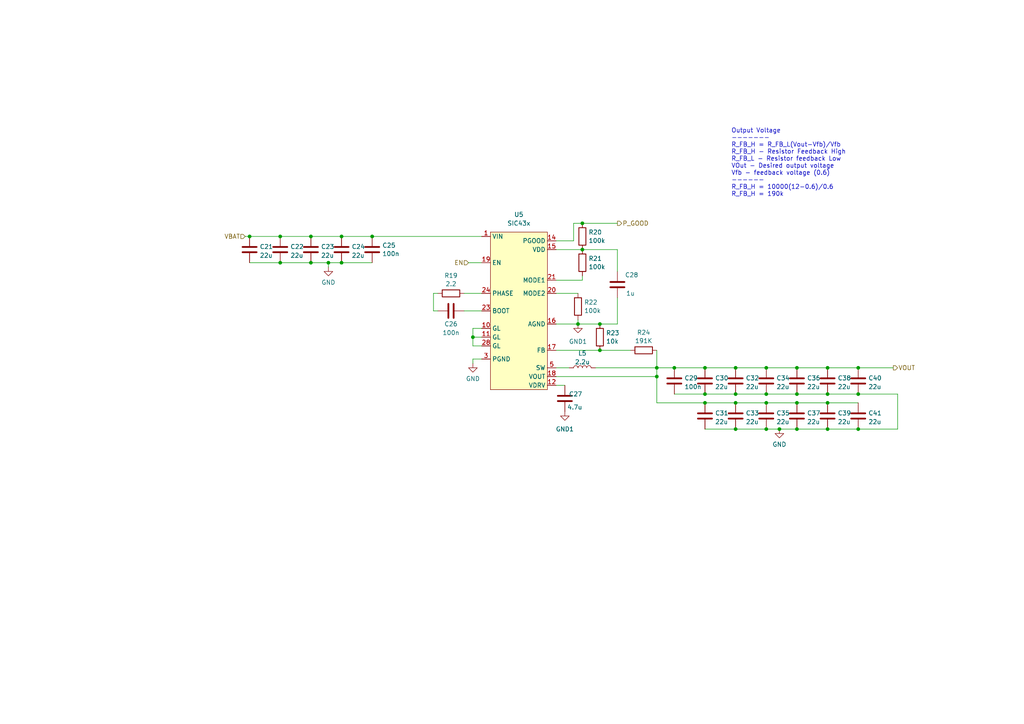
<source format=kicad_sch>
(kicad_sch (version 20250114) (generator "eeschema") (generator_version "9.0")
  (paper "A4")
  (title_block (date "2025-08-26") (rev "1") (company "Raw Matter IO Pty Ltd") (comment 1 "Preliminary Design") (comment 2 "Released for discussion") (comment 3 "C28 updated"))
  (lib_symbols
    (symbol "Device:C" (pin_numbers (hide yes)) (pin_names (offset 0.254))
      (property "Reference" "C" (at 0.635 2.54 0))
      (property "Value" "C" (at 0.635 -2.54 0))
      (symbol "C_0_1"
        (polyline (pts (xy -2.032 0.762) (xy 2.032 0.762)) (stroke (width 0.508)))
        (polyline (pts (xy -2.032 -0.762) (xy 2.032 -0.762)) (stroke (width 0.508)))
      )
      (symbol "C_1_1"
        (pin passive line (at 0 3.81 270) (length 2.794) (name "~") (number "1"))
        (pin passive line (at 0 -3.81 90) (length 2.794) (name "~") (number "2"))
      )
    )
    (symbol "Device:L" (pin_numbers (hide yes)) (pin_names (offset 1.016) (hide yes))
      (property "Reference" "L" (at -1.27 0 90))
      (property "Value" "L" (at 1.905 0 90))
      (symbol "L_0_1"
        (arc (start 0 2.54) (mid 0.6323 1.905) (end 0 1.27))
        (arc (start 0 1.27) (mid 0.6323 0.635) (end 0 0))
        (arc (start 0 0) (mid 0.6323 -0.635) (end 0 -1.27))
        (arc (start 0 -1.27) (mid 0.6323 -1.905) (end 0 -2.54))
      )
      (symbol "L_1_1"
        (pin passive line (at 0 3.81 270) (length 1.27) (name "1") (number "1"))
        (pin passive line (at 0 -3.81 90) (length 1.27) (name "2") (number "2"))
      )
    )
    (symbol "Device:R" (pin_numbers (hide yes)) (pin_names (offset 0))
      (property "Reference" "R" (at 2.032 0 90))
      (property "Value" "R" (at 0 0 90))
      (symbol "R_0_1"
        (rectangle (start -1.016 -2.54) (end 1.016 2.54) (stroke (width 0.254)))
      )
      (symbol "R_1_1"
        (pin passive line (at 0 3.81 270) (length 1.27) (name "~") (number "1"))
        (pin passive line (at 0 -3.81 90) (length 1.27) (name "~") (number "2"))
      )
    )
    (symbol "RM_Converter_DCDC:SIC43x"
      (property "Reference" "U5" (at -0.635 21.59 0))
      (property "Value" "SIC43x" (at -0.635 19.05 0))
      (symbol "SIC43x_0_1"
        (rectangle (start -8.89 16.51) (end 7.62 -29.21) (fill (type background)))
      )
      (symbol "SIC43x_1_1"
        (pin input line (at -11.43 15.24 0) (length 2.54) (name "VIN") (number "1"))
        (pin passive line (at -11.43 15.24 0) (length 2.54) (hide yes) (name "VIN") (number "2"))
        (pin passive line (at -11.43 15.24 0) (length 2.54) (hide yes) (name "VIN") (number "22"))
        (pin passive line (at -11.43 15.24 0) (length 2.54) (hide yes) (name "VIN") (number "26"))
        (pin input line (at -11.43 7.62 0) (length 2.54) (name "EN") (number "19"))
        (pin input line (at -11.43 -1.27 0) (length 2.54) (name "PHASE") (number "24"))
        (pin input line (at -11.43 -6.35 0) (length 2.54) (name "BOOT") (number "23"))
        (pin passive line (at -11.43 -11.43 0) (length 2.54) (name "GL") (number "10"))
        (pin passive line (at -11.43 -13.97 0) (length 2.54) (name "GL") (number "11"))
        (pin passive line (at -11.43 -16.51 0) (length 2.54) (name "GL") (number "28"))
        (pin passive line (at -11.43 -20.32 0) (length 2.54) (hide yes) (name "PGND") (number "13"))
        (pin passive line (at -11.43 -20.32 0) (length 2.54) (hide yes) (name "PGND") (number "27"))
        (pin input line (at -11.43 -20.32 0) (length 2.54) (name "PGND") (number "3"))
        (pin passive line (at -11.43 -20.32 0) (length 2.54) (hide yes) (name "PGND") (number "4"))
        (pin open_collector line (at 10.16 13.97 180) (length 2.54) (name "PGOOD") (number "14"))
        (pin power_out line (at 10.16 11.43 180) (length 2.54) (name "VDD") (number "15"))
        (pin input line (at 10.16 2.54 180) (length 2.54) (name "MODE1") (number "21"))
        (pin input line (at 10.16 -1.27 180) (length 2.54) (name "MODE2") (number "20"))
        (pin input line (at 10.16 -10.16 180) (length 2.54) (name "AGND") (number "16"))
        (pin passive line (at 10.16 -10.16 180) (length 2.54) (hide yes) (name "AGND") (number "25"))
        (pin input line (at 10.16 -17.78 180) (length 2.54) (name "FB") (number "17"))
        (pin power_out line (at 10.16 -22.86 180) (length 2.54) (name "SW") (number "5"))
        (pin power_out line (at 10.16 -22.86 180) (length 2.54) (hide yes) (name "SW") (number "6"))
        (pin power_out line (at 10.16 -22.86 180) (length 2.54) (hide yes) (name "SW") (number "7"))
        (pin power_out line (at 10.16 -22.86 180) (length 2.54) (hide yes) (name "SW") (number "8"))
        (pin power_out line (at 10.16 -22.86 180) (length 2.54) (hide yes) (name "SW") (number "9"))
        (pin power_out line (at 10.16 -25.4 180) (length 2.54) (name "VOUT") (number "18"))
        (pin input line (at 10.16 -27.94 180) (length 2.54) (name "VDRV") (number "12"))
      )
    )
    (symbol "power:GND" (power) (pin_names (offset 0))
      (property "Value" "GND" (at 0 -3.81 0))
      (symbol "GND_0_1"
        (polyline (pts (xy 0 0) (xy 0 -1.27) (xy 1.27 -1.27) (xy 0 -2.54) (xy -1.27 -1.27) (xy 0 -1.27)))
      )
      (symbol "GND_1_1"
        (pin power_in line (at 0 0 270) (length 0) (hide yes) (name "GND") (number "1"))
      )
    )
    (symbol "power:GND1" (power) (pin_names (offset 0))
      (property "Value" "GND1" (at 0 -3.81 0))
      (symbol "GND1_0_1"
        (polyline (pts (xy 0 0) (xy 0 -1.27) (xy 1.27 -1.27) (xy 0 -2.54) (xy -1.27 -1.27) (xy 0 -1.27)))
      )
      (symbol "GND1_1_1"
        (pin power_in line (at 0 0 270) (length 0) (hide yes) (name "GND1") (number "1"))
      )
    )
  )
  (text "Output Voltage\n-------\nR_FB_H = R_FB_L(Vout-Vfb)/Vfb\nR_FB_H - Resistor Feedback High\nR_FB_L - Resistor feedback Low\nVOut - Desired output voltage\nVfb - feedback voltage (0.6)\n------\nR_FB_H = 10000(12-0.6)/0.6\nR_FB_H = 190k\n" (at 212.09 57.15 0) (effects (font (size 1.27 1.27)) (justify left bottom)))
  (junction (at 222.25 114.3))
  (junction (at 90.17 76.2))
  (junction (at 248.92 106.68))
  (junction (at 213.36 106.68))
  (junction (at 173.99 101.6))
  (junction (at 213.36 116.84))
  (junction (at 99.06 76.2))
  (junction (at 168.91 72.39))
  (junction (at 240.03 114.3))
  (junction (at 222.25 116.84))
  (junction (at 240.03 124.46))
  (junction (at 81.28 76.2))
  (junction (at 204.47 116.84))
  (junction (at 107.95 68.58))
  (junction (at 167.64 93.98))
  (junction (at 173.99 93.98))
  (junction (at 168.91 64.77))
  (junction (at 190.5 109.22))
  (junction (at 204.47 114.3))
  (junction (at 240.03 116.84))
  (junction (at 72.39 68.58))
  (junction (at 90.17 68.58))
  (junction (at 213.36 114.3))
  (junction (at 204.47 106.68))
  (junction (at 231.14 124.46))
  (junction (at 231.14 116.84))
  (junction (at 95.25 76.2))
  (junction (at 231.14 114.3))
  (junction (at 195.58 106.68))
  (junction (at 81.28 68.58))
  (junction (at 213.36 124.46))
  (junction (at 222.25 106.68))
  (junction (at 222.25 124.46))
  (junction (at 248.92 114.3))
  (junction (at 99.06 68.58))
  (junction (at 240.03 106.68))
  (junction (at 137.16 97.79))
  (junction (at 248.92 124.46))
  (junction (at 190.5 106.68))
  (junction (at 231.14 106.68))
  (junction (at 226.06 124.46))
  (wire (pts (xy 226.06 124.46) (xy 222.25 124.46)))
  (wire (pts (xy 173.99 93.98) (xy 179.07 93.98)))
  (wire (pts (xy 190.5 116.84) (xy 190.5 109.22)))
  (wire (pts (xy 137.16 105.41) (xy 137.16 104.14)))
  (wire (pts (xy 190.5 106.68) (xy 195.58 106.68)))
  (wire (pts (xy 139.7 95.25) (xy 137.16 95.25)))
  (wire (pts (xy 99.06 68.58) (xy 107.95 68.58)))
  (wire (pts (xy 161.29 101.6) (xy 173.99 101.6)))
  (wire (pts (xy 107.95 68.58) (xy 139.7 68.58)))
  (wire (pts (xy 72.39 68.58) (xy 81.28 68.58)))
  (wire (pts (xy 90.17 76.2) (xy 95.25 76.2)))
  (wire (pts (xy 71.12 68.58) (xy 72.39 68.58)))
  (wire (pts (xy 195.58 114.3) (xy 204.47 114.3)))
  (wire (pts (xy 81.28 68.58) (xy 90.17 68.58)))
  (wire (pts (xy 99.06 76.2) (xy 107.95 76.2)))
  (wire (pts (xy 213.36 106.68) (xy 222.25 106.68)))
  (wire (pts (xy 167.64 92.71) (xy 167.64 93.98)))
  (wire (pts (xy 161.29 85.09) (xy 167.64 85.09)))
  (wire (pts (xy 222.25 106.68) (xy 231.14 106.68)))
  (wire (pts (xy 161.29 72.39) (xy 168.91 72.39)))
  (wire (pts (xy 161.29 93.98) (xy 167.64 93.98)))
  (wire (pts (xy 231.14 106.68) (xy 240.03 106.68)))
  (wire (pts (xy 190.5 109.22) (xy 190.5 106.68)))
  (wire (pts (xy 179.07 72.39) (xy 168.91 72.39)))
  (wire (pts (xy 195.58 106.68) (xy 204.47 106.68)))
  (wire (pts (xy 166.37 64.77) (xy 168.91 64.77)))
  (wire (pts (xy 95.25 76.2) (xy 95.25 77.47)))
  (wire (pts (xy 161.29 69.85) (xy 166.37 69.85)))
  (wire (pts (xy 125.73 90.17) (xy 127 90.17)))
  (wire (pts (xy 213.36 124.46) (xy 204.47 124.46)))
  (wire (pts (xy 95.25 76.2) (xy 99.06 76.2)))
  (wire (pts (xy 240.03 106.68) (xy 248.92 106.68)))
  (wire (pts (xy 137.16 97.79) (xy 139.7 97.79)))
  (wire (pts (xy 248.92 116.84) (xy 240.03 116.84)))
  (wire (pts (xy 248.92 106.68) (xy 259.08 106.68)))
  (wire (pts (xy 161.29 81.28) (xy 168.91 81.28)))
  (wire (pts (xy 137.16 97.79) (xy 137.16 100.33)))
  (wire (pts (xy 137.16 95.25) (xy 137.16 97.79)))
  (wire (pts (xy 72.39 76.2) (xy 81.28 76.2)))
  (wire (pts (xy 161.29 106.68) (xy 165.1 106.68)))
  (wire (pts (xy 179.07 93.98) (xy 179.07 86.36)))
  (wire (pts (xy 248.92 114.3) (xy 260.35 114.3)))
  (wire (pts (xy 231.14 116.84) (xy 222.25 116.84)))
  (wire (pts (xy 204.47 106.68) (xy 213.36 106.68)))
  (wire (pts (xy 231.14 124.46) (xy 226.06 124.46)))
  (wire (pts (xy 161.29 109.22) (xy 190.5 109.22)))
  (wire (pts (xy 231.14 114.3) (xy 240.03 114.3)))
  (wire (pts (xy 260.35 114.3) (xy 260.35 124.46)))
  (wire (pts (xy 213.36 114.3) (xy 222.25 114.3)))
  (wire (pts (xy 161.29 111.76) (xy 163.83 111.76)))
  (wire (pts (xy 172.72 106.68) (xy 190.5 106.68)))
  (wire (pts (xy 173.99 101.6) (xy 182.88 101.6)))
  (wire (pts (xy 168.91 64.77) (xy 179.07 64.77)))
  (wire (pts (xy 81.28 76.2) (xy 90.17 76.2)))
  (wire (pts (xy 127 85.09) (xy 125.73 85.09)))
  (wire (pts (xy 125.73 85.09) (xy 125.73 90.17)))
  (wire (pts (xy 137.16 100.33) (xy 139.7 100.33)))
  (wire (pts (xy 222.25 114.3) (xy 231.14 114.3)))
  (wire (pts (xy 90.17 68.58) (xy 99.06 68.58)))
  (wire (pts (xy 167.64 93.98) (xy 173.99 93.98)))
  (wire (pts (xy 166.37 69.85) (xy 166.37 64.77)))
  (wire (pts (xy 240.03 116.84) (xy 231.14 116.84)))
  (wire (pts (xy 222.25 116.84) (xy 213.36 116.84)))
  (wire (pts (xy 222.25 124.46) (xy 213.36 124.46)))
  (wire (pts (xy 168.91 81.28) (xy 168.91 80.01)))
  (wire (pts (xy 179.07 78.74) (xy 179.07 72.39)))
  (wire (pts (xy 204.47 114.3) (xy 213.36 114.3)))
  (wire (pts (xy 213.36 116.84) (xy 204.47 116.84)))
  (wire (pts (xy 248.92 124.46) (xy 240.03 124.46)))
  (wire (pts (xy 134.62 90.17) (xy 139.7 90.17)))
  (wire (pts (xy 135.89 76.2) (xy 139.7 76.2)))
  (wire (pts (xy 240.03 114.3) (xy 248.92 114.3)))
  (wire (pts (xy 260.35 124.46) (xy 248.92 124.46)))
  (wire (pts (xy 240.03 124.46) (xy 231.14 124.46)))
  (wire (pts (xy 190.5 106.68) (xy 190.5 101.6)))
  (wire (pts (xy 134.62 85.09) (xy 139.7 85.09)))
  (wire (pts (xy 137.16 104.14) (xy 139.7 104.14)))
  (wire (pts (xy 190.5 116.84) (xy 204.47 116.84)))
  (hierarchical_label "VBAT" (shape input) (at 71.12 68.58 180))
  (hierarchical_label "VOUT" (shape output) (at 259.08 106.68 0))
  (hierarchical_label "P_GOOD" (shape output) (at 179.07 64.77 0))
  (hierarchical_label "EN" (shape input) (at 135.89 76.2 180))
  (symbol (lib_id "Device:C") (at 248.92 110.49 0) (unit 1)
    (property "Reference" "C40" (at 251.841 109.6553 0) (effects (justify left)))
    (property "Value" "22u" (at 251.841 112.1922 0) (effects (justify left)))
    (property "Footprint" "Library:C_1210_3225Metric" (effects (hide yes)))
    (property "Description" "Unpolarized capacitor" (effects (hide yes)))
    (property "Digikey" "1276-3392-1-ND" (effects (hide yes)))
    (property "Coefficient" "X7R" (effects (hide yes)))
    (property "Tolerance" "10%" (effects (hide yes)))
    (property "Voltage" "25" (effects (hide yes)))
    (property "Manufacturer" "Samsung" (effects (hide yes)))
    (property "Part" "CL32B226KAJNNNE" (effects (hide yes)))
    (property "Sim.Device" "SPICE" (effects (hide yes)))
    (property "Sim.Pins" "1=1 2=2" (effects (hide yes)))
  )
  (symbol (lib_id "Device:C") (at 222.25 110.49 0) (unit 1)
    (property "Reference" "C34" (at 225.171 109.6553 0) (effects (justify left)))
    (property "Value" "22u" (at 225.171 112.1922 0) (effects (justify left)))
    (property "Footprint" "Library:C_1210_3225Metric" (effects (hide yes)))
    (property "Description" "Unpolarized capacitor" (effects (hide yes)))
    (property "Digikey" "1276-3392-1-ND" (effects (hide yes)))
    (property "Coefficient" "X7R" (effects (hide yes)))
    (property "Tolerance" "10%" (effects (hide yes)))
    (property "Voltage" "25" (effects (hide yes)))
    (property "Manufacturer" "Samsung" (effects (hide yes)))
    (property "Part" "CL32B226KAJNNNE" (effects (hide yes)))
    (property "Sim.Device" "SPICE" (effects (hide yes)))
    (property "Sim.Pins" "1=1 2=2" (effects (hide yes)))
  )
  (symbol (lib_id "power:GND") (at 226.06 124.46 0) (unit 1)
    (property "Reference" "#PWR041" (effects (hide yes)))
    (property "Value" "GND" (at 226.06 128.9034 0))
  )
  (symbol (lib_id "Device:C") (at 213.36 110.49 0) (unit 1)
    (property "Reference" "C32" (at 216.281 109.6553 0) (effects (justify left)))
    (property "Value" "22u" (at 216.281 112.1922 0) (effects (justify left)))
    (property "Footprint" "Library:C_1210_3225Metric" (effects (hide yes)))
    (property "Description" "Unpolarized capacitor" (effects (hide yes)))
    (property "Digikey" "1276-3392-1-ND" (effects (hide yes)))
    (property "Coefficient" "X7R" (effects (hide yes)))
    (property "Tolerance" "10%" (effects (hide yes)))
    (property "Voltage" "25" (effects (hide yes)))
    (property "Manufacturer" "Samsung" (effects (hide yes)))
    (property "Part" "CL32B226KAJNNNE" (effects (hide yes)))
    (property "Sim.Device" "SPICE" (effects (hide yes)))
    (property "Sim.Pins" "1=1 2=2" (effects (hide yes)))
  )
  (symbol (lib_id "Device:C") (at 163.83 115.57 0) (mirror y) (unit 1)
    (property "Reference" "C27" (at 168.91 114.3 0) (effects (justify left)))
    (property "Value" "4.7u" (at 168.91 118.11 0) (effects (justify left)))
    (property "Footprint" "Library:C_1206_3216Metric" (effects (hide yes)))
    (property "Description" "Unpolarized capacitor" (effects (hide yes)))
    (property "Digikey" "490-16469-1-ND" (effects (hide yes)))
    (property "Coefficient" "X8L" (effects (hide yes)))
    (property "Tolerance" "10" (effects (hide yes)))
    (property "Voltage" "16" (effects (hide yes)))
    (property "Manufacturer" "Murata" (effects (hide yes)))
    (property "Part" "GCJ31CL81C475KA01L" (effects (hide yes)))
  )
  (symbol (lib_id "Device:R") (at 168.91 76.2 0) (unit 1)
    (property "Reference" "R21" (at 170.688 74.9878 0) (effects (justify left)))
    (property "Value" "100k" (at 170.688 77.4121 0) (effects (justify left)))
    (property "Footprint" "Library:R_0603_1608Metric" (effects (hide yes)))
    (property "Description" "Resistor" (effects (hide yes)))
    (property "Digikey" "311-100KHRCT-ND" (effects (hide yes)))
    (property "Power" "1/16" (effects (hide yes)))
    (property "Tolerance" "1%" (effects (hide yes)))
    (property "Manufacturer" "YAGEO" (effects (hide yes)))
    (property "Part" "RC0603FR-07100KL" (effects (hide yes)))
  )
  (symbol (lib_id "RM_Converter_DCDC:SIC43x") (at 151.13 83.82 0) (unit 1)
    (property "Reference" "U5" (at 150.495 62.23 0))
    (property "Value" "SIC43x" (at 150.495 64.77 0))
    (property "Footprint" "Library:SIC43x" (effects (hide yes)))
    (property "Manufacturer" "Vishay Siliconix" (effects (hide yes)))
    (property "Part" "SIC437AED-T1-GE3" (effects (hide yes)))
    (property "Digikey" "SIC437AED-T1-GE3CT-ND" (effects (hide yes)))
  )
  (symbol (lib_id "Device:C") (at 240.03 120.65 0) (unit 1)
    (property "Reference" "C39" (at 242.951 119.8153 0) (effects (justify left)))
    (property "Value" "22u" (at 242.951 122.3522 0) (effects (justify left)))
    (property "Footprint" "Library:C_1210_3225Metric" (effects (hide yes)))
    (property "Description" "Unpolarized capacitor" (effects (hide yes)))
    (property "Digikey" "1276-3392-1-ND" (effects (hide yes)))
    (property "Coefficient" "X7R" (effects (hide yes)))
    (property "Tolerance" "10%" (effects (hide yes)))
    (property "Voltage" "25" (effects (hide yes)))
    (property "Manufacturer" "Samsung" (effects (hide yes)))
    (property "Part" "CL32B226KAJNNNE" (effects (hide yes)))
    (property "Sim.Device" "SPICE" (effects (hide yes)))
    (property "Sim.Pins" "1=1 2=2" (effects (hide yes)))
  )
  (symbol (lib_id "Device:R") (at 186.69 101.6 90) (unit 1)
    (property "Reference" "R24" (at 186.69 96.4395 90))
    (property "Value" "191K" (at 186.69 98.8638 90))
    (property "Footprint" "Library:R_0603_1608Metric" (effects (hide yes)))
    (property "Description" "Resistor" (effects (hide yes)))
    (property "Digikey" "A110327CT-ND" (effects (hide yes)))
    (property "Power" "1/16" (effects (hide yes)))
    (property "Tolerance" "0.1%" (effects (hide yes)))
    (property "Manufacturer" "TE Connectivity Passive Product" (effects (hide yes)))
    (property "Part" "1-2176090-7" (effects (hide yes)))
  )
  (symbol (lib_id "Device:C") (at 179.07 82.55 0) (mirror y) (unit 1)
    (property "Reference" "C28" (at 185.166 79.756 0) (effects (justify left)))
    (property "Value" "1u" (at 184.15 85.09 0) (effects (justify left)))
    (property "Footprint" "Library:C_0603_1608Metric" (effects (hide yes)))
    (property "Description" "Unpolarized capacitor" (effects (hide yes)))
    (property "Digikey" "490-GCG188L8EE105KA07DCT-ND" (effects (hide yes)))
    (property "Coefficient" "X8L" (effects (hide yes)))
    (property "Tolerance" "10%" (effects (hide yes)))
    (property "Voltage" "16" (effects (hide yes)))
    (property "Manufacturer" "Murata Electronics" (effects (hide yes)))
    (property "Part" "GCG188L8EE105KA07D" (effects (hide yes)))
  )
  (symbol (lib_id "Device:C") (at 107.95 72.39 180) (unit 1)
    (property "Reference" "C25" (at 110.871 71.1778 0) (effects (justify right)))
    (property "Value" "100n" (at 110.871 73.6021 0) (effects (justify right)))
    (property "Footprint" "Library:C_0603_1608Metric" (effects (hide yes)))
    (property "Description" "Unpolarized capacitor" (effects (hide yes)))
    (property "Digikey" "587-1243-1-ND" (effects (hide yes)))
    (property "Tolerance" "10%" (effects (hide yes)))
    (property "Coefficient" "X7R" (effects (hide yes)))
    (property "Voltage" "50" (effects (hide yes)))
    (property "Manufacturer" "Taiyo Yuden" (effects (hide yes)))
    (property "Part" "UMK107B7104KA-T" (effects (hide yes)))
  )
  (symbol (lib_id "Device:R") (at 173.99 97.79 0) (unit 1)
    (property "Reference" "R23" (at 175.768 96.5778 0) (effects (justify left)))
    (property "Value" "10k" (at 175.768 99.0021 0) (effects (justify left)))
    (property "Footprint" "Library:R_0603_1608Metric" (effects (hide yes)))
    (property "Description" "Resistor" (effects (hide yes)))
    (property "Digikey" "P20086CT-ND" (effects (hide yes)))
    (property "Power" "1/16" (effects (hide yes)))
    (property "Tolerance" "0.1%" (effects (hide yes)))
    (property "Manufacturer" "Panasonic Electronic Components" (effects (hide yes)))
    (property "Part" "ERJ-PB3B1002V" (effects (hide yes)))
  )
  (symbol (lib_id "Device:C") (at 222.25 120.65 0) (unit 1)
    (property "Reference" "C35" (at 225.171 119.8153 0) (effects (justify left)))
    (property "Value" "22u" (at 225.171 122.3522 0) (effects (justify left)))
    (property "Footprint" "Library:C_1210_3225Metric" (effects (hide yes)))
    (property "Description" "Unpolarized capacitor" (effects (hide yes)))
    (property "Digikey" "1276-3392-1-ND" (effects (hide yes)))
    (property "Coefficient" "X7R" (effects (hide yes)))
    (property "Tolerance" "10%" (effects (hide yes)))
    (property "Voltage" "25" (effects (hide yes)))
    (property "Manufacturer" "Samsung" (effects (hide yes)))
    (property "Part" "CL32B226KAJNNNE" (effects (hide yes)))
    (property "Sim.Device" "SPICE" (effects (hide yes)))
    (property "Sim.Pins" "1=1 2=2" (effects (hide yes)))
  )
  (symbol (lib_id "Device:C") (at 240.03 110.49 0) (unit 1)
    (property "Reference" "C38" (at 242.951 109.6553 0) (effects (justify left)))
    (property "Value" "22u" (at 242.951 112.1922 0) (effects (justify left)))
    (property "Footprint" "Library:C_1210_3225Metric" (effects (hide yes)))
    (property "Description" "Unpolarized capacitor" (effects (hide yes)))
    (property "Digikey" "1276-3392-1-ND" (effects (hide yes)))
    (property "Coefficient" "X7R" (effects (hide yes)))
    (property "Tolerance" "10%" (effects (hide yes)))
    (property "Voltage" "25" (effects (hide yes)))
    (property "Manufacturer" "Samsung" (effects (hide yes)))
    (property "Part" "CL32B226KAJNNNE" (effects (hide yes)))
    (property "Sim.Device" "SPICE" (effects (hide yes)))
    (property "Sim.Pins" "1=1 2=2" (effects (hide yes)))
  )
  (symbol (lib_id "power:GND") (at 95.25 77.47 0) (unit 1)
    (property "Reference" "#PWR036" (effects (hide yes)))
    (property "Value" "GND" (at 95.25 81.9134 0))
  )
  (symbol (lib_id "Device:C") (at 231.14 120.65 0) (unit 1)
    (property "Reference" "C37" (at 234.061 119.8153 0) (effects (justify left)))
    (property "Value" "22u" (at 234.061 122.3522 0) (effects (justify left)))
    (property "Footprint" "Library:C_1210_3225Metric" (effects (hide yes)))
    (property "Description" "Unpolarized capacitor" (effects (hide yes)))
    (property "Digikey" "1276-3392-1-ND" (effects (hide yes)))
    (property "Coefficient" "X7R" (effects (hide yes)))
    (property "Tolerance" "10%" (effects (hide yes)))
    (property "Voltage" "25" (effects (hide yes)))
    (property "Manufacturer" "Samsung" (effects (hide yes)))
    (property "Part" "CL32B226KAJNNNE" (effects (hide yes)))
    (property "Sim.Device" "SPICE" (effects (hide yes)))
    (property "Sim.Pins" "1=1 2=2" (effects (hide yes)))
  )
  (symbol (lib_id "power:GND1") (at 163.83 119.38 0) (unit 1)
    (property "Reference" "#PWR039" (effects (hide yes)))
    (property "Value" "GND1" (at 163.83 124.46 0))
  )
  (symbol (lib_id "Device:C") (at 72.39 72.39 0) (unit 1)
    (property "Reference" "C21" (at 75.311 71.5553 0) (effects (justify left)))
    (property "Value" "22u" (at 75.311 74.0922 0) (effects (justify left)))
    (property "Footprint" "Library:C_CER_7.5x6.3" (effects (hide yes)))
    (property "Description" "Unpolarized capacitor" (effects (hide yes)))
    (property "Digikey" "445-174338-1-ND" (effects (hide yes)))
    (property "Coefficient" "X79" (effects (hide yes)))
    (property "Tolerance" "20" (effects (hide yes)))
    (property "Voltage" "50" (effects (hide yes)))
    (property "Manufacturer" "United Chemi-Con" (effects (hide yes)))
    (property "Part" "KTS500B226M76N0T00" (effects (hide yes)))
  )
  (symbol (lib_id "Device:C") (at 195.58 110.49 0) (unit 1)
    (property "Reference" "C29" (at 198.501 109.6553 0) (effects (justify left)))
    (property "Value" "100n" (at 198.501 112.1922 0) (effects (justify left)))
    (property "Footprint" "Library:C_0603_1608Metric" (effects (hide yes)))
    (property "Description" "Unpolarized capacitor" (effects (hide yes)))
    (property "Digikey" "587-1243-1-ND" (effects (hide yes)))
    (property "Coefficient" "X7R" (effects (hide yes)))
    (property "Tolerance" "10%" (effects (hide yes)))
    (property "Voltage" "50" (effects (hide yes)))
    (property "Manufacturer" "Taiyo Yuden" (effects (hide yes)))
    (property "Part" "UMK107B7104KA-T" (effects (hide yes)))
    (property "Sim.Device" "SPICE" (effects (hide yes)))
    (property "Sim.Pins" "1=1 2=2" (effects (hide yes)))
  )
  (symbol (lib_id "Device:R") (at 130.81 85.09 270) (unit 1)
    (property "Reference" "R19" (at 130.81 79.9295 90))
    (property "Value" "2.2" (at 130.81 82.3538 90))
    (property "Footprint" "Library:R_0603_1608Metric" (effects (hide yes)))
    (property "Description" "Resistor" (effects (hide yes)))
    (property "Digikey" "311-2.2HRCT-ND" (effects (hide yes)))
    (property "Power" "1/16" (effects (hide yes)))
    (property "Tolerance" "1%" (effects (hide yes)))
    (property "Manufacturer" "YAGEO" (effects (hide yes)))
    (property "Part" "RC0603FR-072R2L" (effects (hide yes)))
  )
  (symbol (lib_id "Device:C") (at 213.36 120.65 0) (unit 1)
    (property "Reference" "C33" (at 216.281 119.8153 0) (effects (justify left)))
    (property "Value" "22u" (at 216.281 122.3522 0) (effects (justify left)))
    (property "Footprint" "Library:C_1210_3225Metric" (effects (hide yes)))
    (property "Description" "Unpolarized capacitor" (effects (hide yes)))
    (property "Digikey" "1276-3392-1-ND" (effects (hide yes)))
    (property "Coefficient" "X7R" (effects (hide yes)))
    (property "Tolerance" "10%" (effects (hide yes)))
    (property "Voltage" "25" (effects (hide yes)))
    (property "Manufacturer" "Samsung" (effects (hide yes)))
    (property "Part" "CL32B226KAJNNNE" (effects (hide yes)))
    (property "Sim.Device" "SPICE" (effects (hide yes)))
    (property "Sim.Pins" "1=1 2=2" (effects (hide yes)))
  )
  (symbol (lib_id "Device:C") (at 130.81 90.17 90) (unit 1)
    (property "Reference" "C26" (at 130.81 93.98 90))
    (property "Value" "100n" (at 130.81 96.52 90))
    (property "Footprint" "Library:C_0603_1608Metric" (effects (hide yes)))
    (property "Description" "Unpolarized capacitor" (effects (hide yes)))
    (property "Digikey" "587-1243-1-ND" (effects (hide yes)))
    (property "Tolerance" "10%" (effects (hide yes)))
    (property "Coefficient" "X7R" (effects (hide yes)))
    (property "Voltage" "50" (effects (hide yes)))
    (property "Manufacturer" "Taiyo Yuden" (effects (hide yes)))
    (property "Part" "UMK107B7104KA-T" (effects (hide yes)))
  )
  (symbol (lib_id "power:GND") (at 137.16 105.41 0) (unit 1)
    (property "Reference" "#PWR038" (effects (hide yes)))
    (property "Value" "GND" (at 137.16 109.8534 0))
  )
  (symbol (lib_id "Device:R") (at 168.91 68.58 0) (unit 1)
    (property "Reference" "R20" (at 170.688 67.3678 0) (effects (justify left)))
    (property "Value" "100k" (at 170.688 69.7921 0) (effects (justify left)))
    (property "Footprint" "Library:R_0603_1608Metric" (effects (hide yes)))
    (property "Description" "Resistor" (effects (hide yes)))
    (property "Digikey" "311-100KHRCT-ND" (effects (hide yes)))
    (property "Power" "1/16" (effects (hide yes)))
    (property "Tolerance" "1%" (effects (hide yes)))
    (property "Manufacturer" "YAGEO" (effects (hide yes)))
    (property "Part" "RC0603FR-07100KL" (effects (hide yes)))
  )
  (symbol (lib_id "Device:R") (at 167.64 88.9 0) (unit 1)
    (property "Reference" "R22" (at 169.418 87.6878 0) (effects (justify left)))
    (property "Value" "100k" (at 169.418 90.1121 0) (effects (justify left)))
    (property "Footprint" "Library:R_0603_1608Metric" (effects (hide yes)))
    (property "Description" "Resistor" (effects (hide yes)))
    (property "Digikey" "13-RC0603FR-13200KLCT-ND" (effects (hide yes)))
    (property "Power" "1/10" (effects (hide yes)))
    (property "Tolerance" "1%" (effects (hide yes)))
    (property "Manufacturer" "YAGEO" (effects (hide yes)))
    (property "Part" "RC0603FR-13200KL" (effects (hide yes)))
  )
  (symbol (lib_id "Device:L") (at 168.91 106.68 90) (unit 1)
    (property "Reference" "L5" (at 168.91 102.4722 90))
    (property "Value" "2.2u" (at 168.91 105.0091 90))
    (property "Footprint" "Library:L_Vishay_IHLP-6767" (effects (hide yes)))
    (property "Description" "Inductor" (effects (hide yes)))
    (property "Digikey" "541-1253-1-ND" (effects (hide yes)))
    (property "Resistance" "2.4m" (effects (hide yes)))
    (property "Current" "16A" (effects (hide yes)))
    (property "Isat" "12" (effects (hide yes)))
    (property "Manufacturer" "VISHAY" (effects (hide yes)))
    (property "Part" "IHLP6767GZER2R2M01" (effects (hide yes)))
  )
  (symbol (lib_id "Device:C") (at 90.17 72.39 0) (unit 1)
    (property "Reference" "C23" (at 93.091 71.5553 0) (effects (justify left)))
    (property "Value" "22u" (at 93.091 74.0922 0) (effects (justify left)))
    (property "Footprint" "Library:C_CER_7.5x6.3" (effects (hide yes)))
    (property "Description" "Unpolarized capacitor" (effects (hide yes)))
    (property "Digikey" "445-174338-1-ND" (effects (hide yes)))
    (property "Coefficient" "X79" (effects (hide yes)))
    (property "Tolerance" "20" (effects (hide yes)))
    (property "Voltage" "50" (effects (hide yes)))
    (property "Manufacturer" "United Chemi-Con" (effects (hide yes)))
    (property "Part" "KTS500B226M76N0T00" (effects (hide yes)))
  )
  (symbol (lib_id "Device:C") (at 81.28 72.39 0) (unit 1)
    (property "Reference" "C22" (at 84.201 71.5553 0) (effects (justify left)))
    (property "Value" "22u" (at 84.201 74.0922 0) (effects (justify left)))
    (property "Footprint" "Library:C_CER_7.5x6.3" (effects (hide yes)))
    (property "Description" "Unpolarized capacitor" (effects (hide yes)))
    (property "Digikey" "445-174338-1-ND" (effects (hide yes)))
    (property "Coefficient" "X79" (effects (hide yes)))
    (property "Tolerance" "20" (effects (hide yes)))
    (property "Voltage" "50" (effects (hide yes)))
    (property "Manufacturer" "United Chemi-Con" (effects (hide yes)))
    (property "Part" "KTS500B226M76N0T00" (effects (hide yes)))
  )
  (symbol (lib_id "Device:C") (at 204.47 110.49 0) (unit 1)
    (property "Reference" "C30" (at 207.391 109.6553 0) (effects (justify left)))
    (property "Value" "22u" (at 207.391 112.1922 0) (effects (justify left)))
    (property "Footprint" "Library:C_1210_3225Metric" (effects (hide yes)))
    (property "Description" "Unpolarized capacitor" (effects (hide yes)))
    (property "Digikey" "1276-3392-1-ND" (effects (hide yes)))
    (property "Coefficient" "X7R" (effects (hide yes)))
    (property "Tolerance" "10%" (effects (hide yes)))
    (property "Voltage" "25" (effects (hide yes)))
    (property "Manufacturer" "Samsung" (effects (hide yes)))
    (property "Part" "CL32B226KAJNNNE" (effects (hide yes)))
    (property "Sim.Device" "SPICE" (effects (hide yes)))
    (property "Sim.Pins" "1=1 2=2" (effects (hide yes)))
  )
  (symbol (lib_id "Device:C") (at 204.47 120.65 0) (unit 1)
    (property "Reference" "C31" (at 207.391 119.8153 0) (effects (justify left)))
    (property "Value" "22u" (at 207.391 122.3522 0) (effects (justify left)))
    (property "Footprint" "Library:C_1210_3225Metric" (effects (hide yes)))
    (property "Description" "Unpolarized capacitor" (effects (hide yes)))
    (property "Digikey" "1276-3392-1-ND" (effects (hide yes)))
    (property "Coefficient" "X7R" (effects (hide yes)))
    (property "Tolerance" "10%" (effects (hide yes)))
    (property "Voltage" "25" (effects (hide yes)))
    (property "Manufacturer" "Samsung" (effects (hide yes)))
    (property "Part" "CL32B226KAJNNNE" (effects (hide yes)))
    (property "Sim.Device" "SPICE" (effects (hide yes)))
    (property "Sim.Pins" "1=1 2=2" (effects (hide yes)))
  )
  (symbol (lib_id "Device:C") (at 99.06 72.39 0) (unit 1)
    (property "Reference" "C24" (at 101.981 71.5553 0) (effects (justify left)))
    (property "Value" "22u" (at 101.981 74.0922 0) (effects (justify left)))
    (property "Footprint" "Library:C_CER_7.5x6.3" (effects (hide yes)))
    (property "Description" "Unpolarized capacitor" (effects (hide yes)))
    (property "Digikey" "445-174338-1-ND" (effects (hide yes)))
    (property "Coefficient" "X79" (effects (hide yes)))
    (property "Tolerance" "20" (effects (hide yes)))
    (property "Voltage" "50" (effects (hide yes)))
    (property "Manufacturer" "United Chemi-Con" (effects (hide yes)))
    (property "Part" "KTS500B226M76N0T00" (effects (hide yes)))
  )
  (symbol (lib_id "Device:C") (at 231.14 110.49 0) (unit 1)
    (property "Reference" "C36" (at 234.061 109.6553 0) (effects (justify left)))
    (property "Value" "22u" (at 234.061 112.1922 0) (effects (justify left)))
    (property "Footprint" "Library:C_1210_3225Metric" (effects (hide yes)))
    (property "Description" "Unpolarized capacitor" (effects (hide yes)))
    (property "Digikey" "1276-3392-1-ND" (effects (hide yes)))
    (property "Coefficient" "X7R" (effects (hide yes)))
    (property "Tolerance" "10%" (effects (hide yes)))
    (property "Voltage" "25" (effects (hide yes)))
    (property "Manufacturer" "Samsung" (effects (hide yes)))
    (property "Part" "CL32B226KAJNNNE" (effects (hide yes)))
    (property "Sim.Device" "SPICE" (effects (hide yes)))
    (property "Sim.Pins" "1=1 2=2" (effects (hide yes)))
  )
  (symbol (lib_id "power:GND1") (at 167.64 93.98 0) (unit 1)
    (property "Reference" "#PWR040" (effects (hide yes)))
    (property "Value" "GND1" (at 167.64 99.06 0))
  )
  (symbol (lib_id "Device:C") (at 248.92 120.65 0) (unit 1)
    (property "Reference" "C41" (at 251.841 119.8153 0) (effects (justify left)))
    (property "Value" "22u" (at 251.841 122.3522 0) (effects (justify left)))
    (property "Footprint" "Library:C_1210_3225Metric" (effects (hide yes)))
    (property "Description" "Unpolarized capacitor" (effects (hide yes)))
    (property "Digikey" "1276-3392-1-ND" (effects (hide yes)))
    (property "Coefficient" "X7R" (effects (hide yes)))
    (property "Tolerance" "10%" (effects (hide yes)))
    (property "Voltage" "25" (effects (hide yes)))
    (property "Manufacturer" "Samsung" (effects (hide yes)))
    (property "Part" "CL32B226KAJNNNE" (effects (hide yes)))
    (property "Sim.Device" "SPICE" (effects (hide yes)))
    (property "Sim.Pins" "1=1 2=2" (effects (hide yes)))
  )
)
</source>
